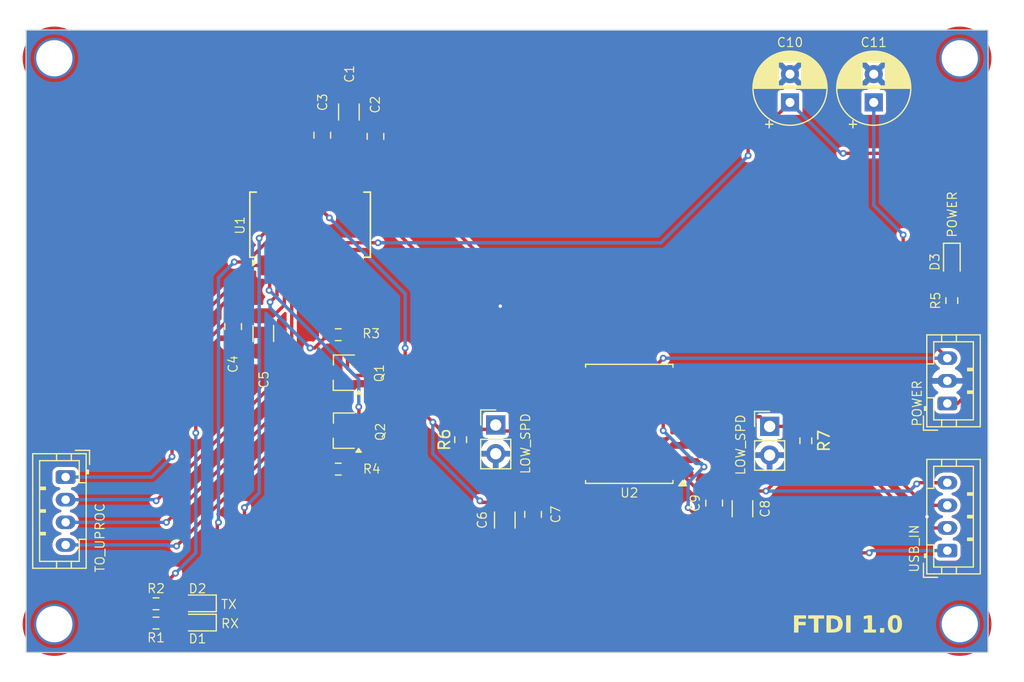
<source format=kicad_pcb>
(kicad_pcb (version 20240108) (generator "pcbnew") (generator_version "8.0")
  (layers (0 "F.Cu" signal) (31 "B.Cu" signal) (34 "B.Paste" user) (35 "F.Paste" user) (36 "B.SilkS" user "B.Silkscreen") (37 "F.SilkS" user "F.Silkscreen") (38 "B.Mask" user) (39 "F.Mask" user) (44 "Edge.Cuts" user))
  (net 0 "")
  (net 1 "GND")
  (net 2 "3V3")
  (net 3 "5V")
  (net 4 "Net-(U1-3V3OUT)")
  (net 8 "Net-(D1-A)")
  (net 11 "Net-(D2-A)")
  (net 15 "Net-(Q1-B)")
  (net 16 "Net-(Q2-B)")
  (net 19 "RX")
  (net 20 "TX")
  (net 21 "ENABLE")
  (net 22 "BOOT")
  (net 23 "CBUS1")
  (net 24 "CBUS0")
  (net 25 "DTR")
  (net 26 "RTS")
  (net 27 "USB_VBUS")
  (net 28 "USB_GND")
  (net 29 "D-")
  (net 30 "D+")
  (net 31 "USB_D-")
  (net 32 "USB_D+")
  (net 33 "Net-(D3-A)")
  (net 34 "SPD")
  (net 35 "SPU")
  (footprint "Resistor_SMD:R_0603_1608Metric_Pad0.98x0.95mm_HandSolder" (layer "F.Cu") (at 124.3 99.7 90)
    (property "Reference" "R6" (at 0 -1.43 90) (layer "F.SilkS"))
    (property "Value" "4.7K")
    (pad "1" smd roundrect (at -0.9125 0 90) (size 0.975 0.95) (layers "F.Cu" "F.Paste" "F.Mask") (net 3 "5V"))
    (pad "2" smd roundrect (at 0.9125 0 90) (size 0.975 0.95) (layers "F.Cu" "F.Paste" "F.Mask") (net 34 "SPD"))
  )
  (footprint "Resistor_SMD:R_0603_1608Metric_Pad0.98x0.95mm_HandSolder" (layer "F.Cu") (at 167.7 87.4125 90)
    (property "Reference" "R5" (at 0 -1.43 90) (layer "F.SilkS") (effects (font (size 0.8 0.8) (thickness 0.1))))
    (property "Value" "150R")
    (pad "1" smd roundrect (at -0.9125 0 90) (size 0.975 0.95) (layers "F.Cu" "F.Paste" "F.Mask") (net 2 "3V3"))
    (pad "2" smd roundrect (at 0.9125 0 90) (size 0.975 0.95) (layers "F.Cu" "F.Paste" "F.Mask") (net 33 "Net-(D3-A)"))
  )
  (footprint "Capacitor_SMD:C_0805_2012Metric_Pad1.18x1.45mm_HandSolder" (layer "F.Cu") (at 146.7 105.3 90)
    (property "Reference" "C9" (at 0 -1.68 90) (layer "F.SilkS") (effects (font (size 0.8 0.8) (thickness 0.1))))
    (property "Value" "0.1U")
    (pad "1" smd roundrect (at -1.0375 0 90) (size 1.175 1.45) (layers "F.Cu" "F.Paste" "F.Mask") (roundrect_rratio 0.212766) (net 28 "USB_GND"))
    (pad "2" smd roundrect (at 1.0375 0 90) (size 1.175 1.45) (layers "F.Cu" "F.Paste" "F.Mask") (roundrect_rratio 0.212766) (net 27 "USB_VBUS"))
  )
  (footprint "Package_TO_SOT_SMD:TSOT-23" (layer "F.Cu") (at 114.005 98.9233 180)
    (property "Reference" "Q2" (at -3.202102 -0.089616 90) (layer "F.SilkS") (effects (font (size 0.8 0.8) (thickness 0.1))))
    (property "Value" "2N3055")
    (pad "1" smd roundrect (at -1.31 -0.95 180) (size 1.22 0.65) (layers "F.Cu" "F.Paste" "F.Mask") (net 16 "Net-(Q2-B)"))
    (pad "2" smd roundrect (at -1.31 0.95 180) (size 1.22 0.65) (layers "F.Cu" "F.Paste" "F.Mask") (net 25 "DTR"))
    (pad "3" smd roundrect (at 1.31 0 180) (size 1.22 0.65) (layers "F.Cu" "F.Paste" "F.Mask") (net 22 "BOOT"))
  )
  (footprint "MountingHole:MountingHole_3.2mm_M3_DIN965_Pad_TopOnly" (layer "F.Cu") (at 88.4 66 90)
    (property "Reference" "H1" (hide yes))
    (property "Value" "MountingHole")
    (pad "1" thru_hole circle (at 0 0 90) (size 3.6 3.6) (drill 3.2) (layers "*.Cu" "*.Mask"))
    (pad "1" connect circle (at 0 0 90) (size 5.6 5.6) (layers "F.Cu" "F.Mask"))
  )
  (footprint "Capacitor_SMD:C_1206_3216Metric_Pad1.33x1.80mm_HandSolder" (layer "F.Cu") (at 149.2 105.8 90)
    (property "Reference" "C8" (at 0 2 90) (layer "F.SilkS") (effects (font (size 0.8 0.8) (thickness 0.1))))
    (property "Value" "10U")
    (pad "1" smd roundrect (at -1.5625 0 90) (size 1.325 1.8) (layers "F.Cu" "F.Paste" "F.Mask") (roundrect_rratio 0.188679) (net 28 "USB_GND"))
    (pad "2" smd roundrect (at 1.5625 0 90) (size 1.325 1.8) (layers "F.Cu" "F.Paste" "F.Mask") (roundrect_rratio 0.188679) (net 27 "USB_VBUS"))
  )
  (footprint "Capacitor_SMD:C_0805_2012Metric_Pad1.18x1.45mm_HandSolder" (layer "F.Cu") (at 104.2 89.7 -90)
    (property "Reference" "C4" (at 3.322102 0.014578 90) (layer "F.SilkS") (effects (font (size 0.8 0.8) (thickness 0.1))))
    (property "Value" "0.1U")
    (pad "1" smd roundrect (at -1.0375 0 270) (size 1.175 1.45) (layers "F.Cu" "F.Paste" "F.Mask") (roundrect_rratio 0.2127659574) (net 2 "3V3"))
    (pad "2" smd roundrect (at 1.0375 0 270) (size 1.175 1.45) (layers "F.Cu" "F.Paste" "F.Mask") (roundrect_rratio 0.2127659574) (net 1 "GND"))
  )
  (footprint "MountingHole:MountingHole_3.2mm_M3_DIN965_Pad_TopOnly" (layer "F.Cu") (at 88.4 116 90)
    (property "Reference" "H3" (hide yes))
    (property "Value" "MountingHole")
    (pad "1" thru_hole circle (at 0 0 90) (size 3.6 3.6) (drill 3.2) (layers "*.Cu" "*.Mask"))
    (pad "1" connect circle (at 0 0 90) (size 5.6 5.6) (layers "F.Cu" "F.Mask"))
  )
  (footprint "MountingHole:MountingHole_3.2mm_M3_DIN965_Pad_TopOnly" (layer "F.Cu") (at 168.4 66 90)
    (property "Reference" "H2" (hide yes))
    (property "Value" "MountingHole")
    (pad "1" thru_hole circle (at 0 0 90) (size 3.6 3.6) (drill 3.2) (layers "*.Cu" "*.Mask"))
    (pad "1" connect circle (at 0 0 90) (size 5.6 5.6) (layers "F.Cu" "F.Mask"))
  )
  (footprint "LED_SMD:LED_0603_1608Metric_Pad1.05x0.95mm_HandSolder" (layer "F.Cu") (at 101.05 114.16 180)
    (property "Reference" "D2" (at 0 1.3 0) (layer "F.SilkS") (effects (font (size 0.8 0.8) (thickness 0.1))))
    (property "Value" "YELLOW")
    (pad "1" smd roundrect (at -0.875 0 180) (size 1.05 0.95) (layers "F.Cu" "F.Paste" "F.Mask") (net 23 "CBUS1"))
    (pad "2" smd roundrect (at 0.875 0 180) (size 1.05 0.95) (layers "F.Cu" "F.Paste" "F.Mask") (net 11 "Net-(D2-A)"))
  )
  (footprint "Resistor_SMD:R_0603_1608Metric_Pad0.98x0.95mm_HandSolder" (layer "F.Cu") (at 113.485 102.3 180)
    (property "Reference" "R4" (at -2.962102 0.01 0) (layer "F.SilkS") (effects (font (size 0.8 0.8) (thickness 0.1))))
    (property "Value" "10K")
    (pad "1" smd roundrect (at -0.9125 0 180) (size 0.975 0.95) (layers "F.Cu" "F.Paste" "F.Mask") (net 25 "DTR"))
    (pad "2" smd roundrect (at 0.9125 0 180) (size 0.975 0.95) (layers "F.Cu" "F.Paste" "F.Mask") (net 15 "Net-(Q1-B)"))
  )
  (footprint "Package_SO:SOIC-16W_7.5x10.3mm_P1.27mm" (layer "F.Cu") (at 139.2 98.3 180)
    (property "Reference" "U2" (at 0 -6.1 0) (layer "F.SilkS") (effects (font (size 0.8 0.8) (thickness 0.1))))
    (property "Value" "ADUM3160")
    (pad "1" smd roundrect (at -4.65 -4.445 180) (size 2.05 0.6) (layers "F.Cu" "F.Paste" "F.Mask") (net 27 "USB_VBUS"))
    (pad "2" smd roundrect (at -4.65 -3.175 180) (size 2.05 0.6) (layers "F.Cu" "F.Paste" "F.Mask") (net 28 "USB_GND"))
    (pad "3" smd roundrect (at -4.65 -1.905 180) (size 2.05 0.6) (layers "F.Cu" "F.Paste" "F.Mask") (net 27 "USB_VBUS"))
    (pad "4" smd roundrect (at -4.65 -0.635 180) (size 2.05 0.6) (layers "F.Cu" "F.Paste" "F.Mask") (net 27 "USB_VBUS"))
    (pad "5" smd roundrect (at -4.65 0.635 180) (size 2.05 0.6) (layers "F.Cu" "F.Paste" "F.Mask") (net 35 "SPU"))
    (pad "6" smd roundrect (at -4.65 1.905 180) (size 2.05 0.6) (layers "F.Cu" "F.Paste" "F.Mask") (net 31 "USB_D-"))
    (pad "7" smd roundrect (at -4.65 3.175 180) (size 2.05 0.6) (layers "F.Cu" "F.Paste" "F.Mask") (net 32 "USB_D+"))
    (pad "8" smd roundrect (at -4.65 4.445 180) (size 2.05 0.6) (layers "F.Cu" "F.Paste" "F.Mask") (net 28 "USB_GND"))
    (pad "9" smd roundrect (at 4.65 4.445 180) (size 2.05 0.6) (layers "F.Cu" "F.Paste" "F.Mask") (net 1 "GND"))
    (pad "10" smd roundrect (at 4.65 3.175 180) (size 2.05 0.6) (layers "F.Cu" "F.Paste" "F.Mask") (net 30 "D+"))
    (pad "11" smd roundrect (at 4.65 1.905 180) (size 2.05 0.6) (layers "F.Cu" "F.Paste" "F.Mask") (net 29 "D-"))
    (pad "12" smd roundrect (at 4.65 0.635 180) (size 2.05 0.6) (layers "F.Cu" "F.Paste" "F.Mask") (net 3 "5V"))
    (pad "13" smd roundrect (at 4.65 -0.635 180) (size 2.05 0.6) (layers "F.Cu" "F.Paste" "F.Mask") (net 34 "SPD"))
    (pad "14" smd roundrect (at 4.65 -1.905 180) (size 2.05 0.6) (layers "F.Cu" "F.Paste" "F.Mask") (net 3 "5V"))
    (pad "15" smd roundrect (at 4.65 -3.175 180) (size 2.05 0.6) (layers "F.Cu" "F.Paste" "F.Mask") (net 1 "GND"))
    (pad "16" smd roundrect (at 4.65 -4.445 180) (size 2.05 0.6) (layers "F.Cu" "F.Paste" "F.Mask") (net 3 "5V"))
  )
  (footprint "Connector_PinHeader_2.54mm:PinHeader_1x02_P2.54mm_Vertical" (layer "F.Cu") (at 151.6 98.525)
    (property "Reference" "J4" (hide yes))
    (property "Value" "Conn_01x02_Pin")
    (pad "1" thru_hole rect (at 0 0) (size 1.7 1.7) (drill 1) (layers "*.Cu" "*.Mask") (net 35 "SPU"))
    (pad "2" thru_hole oval (at 0 2.54) (size 1.7 1.7) (drill 1) (layers "*.Cu" "*.Mask") (net 1 "GND"))
  )
  (footprint "Capacitor_SMD:C_1206_3216Metric_Pad1.33x1.80mm_HandSolder" (layer "F.Cu") (at 106.8646 90.3154 -90)
    (property "Reference" "C5" (at 4.089336 -0.05 90) (layer "F.SilkS") (effects (font (size 0.8 0.8) (thickness 0.1))))
    (property "Value" "10U")
    (pad "1" smd roundrect (at -1.5625 0 270) (size 1.325 1.8) (layers "F.Cu" "F.Paste" "F.Mask") (roundrect_rratio 0.1886792453) (net 2 "3V3"))
    (pad "2" smd roundrect (at 1.5625 0 270) (size 1.325 1.8) (layers "F.Cu" "F.Paste" "F.Mask") (roundrect_rratio 0.1886792453) (net 1 "GND"))
  )
  (footprint "Capacitor_THT:CP_Radial_D6.3mm_P2.50mm" (layer "F.Cu") (at 153.4 69.9 90)
    (property "Reference" "C10" (at 5.3 0 0) (layer "F.SilkS") (effects (font (size 0.8 0.8) (thickness 0.1))))
    (property "Value" "470u")
    (pad "1" thru_hole rect (at 0 0 90) (size 1.6 1.6) (drill 0.8) (layers "*.Cu" "*.Mask") (net 2 "3V3"))
    (pad "2" thru_hole circle (at 2.5 0 90) (size 1.6 1.6) (drill 0.8) (layers "*.Cu" "*.Mask") (net 1 "GND"))
  )
  (footprint "Resistor_SMD:R_0603_1608Metric_Pad0.98x0.95mm_HandSolder" (layer "F.Cu") (at 97.3875 114.2)
    (property "Reference" "R2" (at 0 -1.35 0) (layer "F.SilkS") (effects (font (size 0.8 0.8) (thickness 0.1))))
    (property "Value" "430R")
    (pad "1" smd roundrect (at -0.9125 0) (size 0.975 0.95) (layers "F.Cu" "F.Paste" "F.Mask") (net 2 "3V3"))
    (pad "2" smd roundrect (at 0.9125 0) (size 0.975 0.95) (layers "F.Cu" "F.Paste" "F.Mask") (net 11 "Net-(D2-A)"))
  )
  (footprint "Connector_PinHeader_2.54mm:PinHeader_1x02_P2.54mm_Vertical" (layer "F.Cu") (at 127.4 98.4)
    (property "Reference" "J3" (hide yes))
    (property "Value" "Conn_01x02_Pin")
    (pad "1" thru_hole rect (at 0 0) (size 1.7 1.7) (drill 1) (layers "*.Cu" "*.Mask") (net 34 "SPD"))
    (pad "2" thru_hole oval (at 0 2.54) (size 1.7 1.7) (drill 1) (layers "*.Cu" "*.Mask") (net 1 "GND"))
  )
  (footprint "Resistor_SMD:R_0603_1608Metric_Pad0.98x0.95mm_HandSolder" (layer "F.Cu") (at 113.485 90.4233)
    (property "Reference" "R3" (at 2.912102 -0.1 0) (layer "F.SilkS") (effects (font (size 0.8 0.8) (thickness 0.1))))
    (property "Value" "10K")
    (pad "1" smd roundrect (at -0.9125 0) (size 0.975 0.95) (layers "F.Cu" "F.Paste" "F.Mask") (net 26 "RTS"))
    (pad "2" smd roundrect (at 0.9125 0) (size 0.975 0.95) (layers "F.Cu" "F.Paste" "F.Mask") (net 16 "Net-(Q2-B)"))
  )
  (footprint "Connector_JST:JST_PH_B4B-PH-K_1x04_P2.00mm_Vertical" (layer "F.Cu") (at 167.3 109.5 90)
    (property "Reference" "J2" (hide yes))
    (property "Value" "Conn_01x04_Pin")
    (pad "1" thru_hole roundrect (at 0 0 90) (size 1.2 1.75) (drill 0.75) (layers "*.Cu" "*.Mask") (roundrect_rratio 0.208333) (net 28 "USB_GND"))
    (pad "2" thru_hole oval (at 2 0 90) (size 1.2 1.75) (drill 0.75) (layers "*.Cu" "*.Mask") (net 31 "USB_D-"))
    (pad "3" thru_hole oval (at 4 0 90) (size 1.2 1.75) (drill 0.75) (layers "*.Cu" "*.Mask") (net 32 "USB_D+"))
    (pad "4" thru_hole oval (at 6 0 90) (size 1.2 1.75) (drill 0.75) (layers "*.Cu" "*.Mask") (net 27 "USB_VBUS"))
  )
  (footprint "Connector_JST:JST_PH_B3B-PH-K_1x03_P2.00mm_Vertical" (layer "F.Cu") (at 167.3 96.5 90)
    (property "Reference" "J5" (hide yes))
    (property "Value" "Conn_01x03_Pin")
    (pad "1" thru_hole roundrect (at 0 0 90) (size 1.2 1.75) (drill 0.75) (layers "*.Cu" "*.Mask") (roundrect_rratio 0.208333) (net 2 "3V3"))
    (pad "2" thru_hole oval (at 2 0 90) (size 1.2 1.75) (drill 0.75) (layers "*.Cu" "*.Mask") (net 1 "GND"))
    (pad "3" thru_hole oval (at 4 0 90) (size 1.2 1.75) (drill 0.75) (layers "*.Cu" "*.Mask") (net 3 "5V"))
  )
  (footprint "Resistor_SMD:R_0603_1608Metric_Pad0.98x0.95mm_HandSolder" (layer "F.Cu") (at 154.8 99.8 90)
    (property "Reference" "R7" (at 0 1.6 90) (layer "F.SilkS"))
    (property "Value" "4.7K")
    (pad "1" smd roundrect (at -0.9125 0 90) (size 0.975 0.95) (layers "F.Cu" "F.Paste" "F.Mask") (net 27 "USB_VBUS"))
    (pad "2" smd roundrect (at 0.9125 0 90) (size 0.975 0.95) (layers "F.Cu" "F.Paste" "F.Mask") (net 35 "SPU"))
  )
  (footprint "Resistor_SMD:R_0603_1608Metric_Pad0.98x0.95mm_HandSolder" (layer "F.Cu") (at 97.3875 115.9)
    (property "Reference" "R1" (at 0 1.3 0) (layer "F.SilkS") (effects (font (size 0.8 0.8) (thickness 0.1))))
    (property "Value" "100R")
    (pad "1" smd roundrect (at -0.9125 0) (size 0.975 0.95) (layers "F.Cu" "F.Paste" "F.Mask") (net 2 "3V3"))
    (pad "2" smd roundrect (at 0.9125 0) (size 0.975 0.95) (layers "F.Cu" "F.Paste" "F.Mask") (net 8 "Net-(D1-A)"))
  )
  (footprint "Capacitor_SMD:C_1206_3216Metric_Pad1.33x1.80mm_HandSolder" (layer "F.Cu") (at 128.2 106.8 -90)
    (property "Reference" "C6" (at 0 2 90) (layer "F.SilkS") (effects (font (size 0.8 0.8) (thickness 0.1))))
    (property "Value" "10U")
    (pad "1" smd roundrect (at -1.5625 0 270) (size 1.325 1.8) (layers "F.Cu" "F.Paste" "F.Mask") (roundrect_rratio 0.188679) (net 3 "5V"))
    (pad "2" smd roundrect (at 1.5625 0 270) (size 1.325 1.8) (layers "F.Cu" "F.Paste" "F.Mask") (roundrect_rratio 0.188679) (net 1 "GND"))
  )
  (footprint "Capacitor_SMD:C_0805_2012Metric_Pad1.18x1.45mm_HandSolder" (layer "F.Cu") (at 116.775 72.9 90)
    (property "Reference" "C2" (at 2.8 -0.025 90) (layer "F.SilkS") (effects (font (size 0.8 0.8) (thickness 0.1))))
    (property "Value" "0.1U")
    (pad "1" smd roundrect (at -1.0375 0 90) (size 1.175 1.45) (layers "F.Cu" "F.Paste" "F.Mask") (roundrect_rratio 0.2127659574) (net 4 "Net-(U1-3V3OUT)"))
    (pad "2" smd roundrect (at 1.0375 0 90) (size 1.175 1.45) (layers "F.Cu" "F.Paste" "F.Mask") (roundrect_rratio 0.2127659574) (net 1 "GND"))
  )
  (footprint "Capacitor_THT:CP_Radial_D6.3mm_P2.50mm" (layer "F.Cu") (at 160.8 69.9 90)
    (property "Reference" "C11" (at 5.3 0 0) (layer "F.SilkS") (effects (font (size 0.8 0.8) (thickness 0.1))))
    (property "Value" "470u")
    (pad "1" thru_hole rect (at 0 0 90) (size 1.6 1.6) (drill 0.8) (layers "*.Cu" "*.Mask") (net 3 "5V"))
    (pad "2" thru_hole circle (at 2.5 0 90) (size 1.6 1.6) (drill 0.8) (layers "*.Cu" "*.Mask") (net 1 "GND"))
  )
  (footprint "Capacitor_SMD:C_1206_3216Metric_Pad1.33x1.80mm_HandSolder" (layer "F.Cu") (at 114.425 70.75 90)
    (property "Reference" "C1" (at 3.3625 0.0475 90) (layer "F.SilkS") (effects (font (size 0.8 0.8) (thickness 0.1))))
    (property "Value" "10U")
    (pad "1" smd roundrect (at -1.5625 0 90) (size 1.325 1.8) (layers "F.Cu" "F.Paste" "F.Mask") (roundrect_rratio 0.1886792453) (net 3 "5V"))
    (pad "2" smd roundrect (at 1.5625 0 90) (size 1.325 1.8) (layers "F.Cu" "F.Paste" "F.Mask") (roundrect_rratio 0.1886792453) (net 1 "GND"))
  )
  (footprint "LED_SMD:LED_0603_1608Metric_Pad1.05x0.95mm_HandSolder" (layer "F.Cu") (at 167.7 84 -90)
    (property "Reference" "D3" (at 0 1.5 90) (layer "F.SilkS") (effects (font (size 0.8 0.8) (thickness 0.1))))
    (property "Value" "BLUE")
    (pad "1" smd roundrect (at -0.875 0 270) (size 1.05 0.95) (layers "F.Cu" "F.Paste" "F.Mask") (net 1 "GND"))
    (pad "2" smd roundrect (at 0.875 0 270) (size 1.05 0.95) (layers "F.Cu" "F.Paste" "F.Mask") (net 33 "Net-(D3-A)"))
  )
  (footprint "LED_SMD:LED_0603_1608Metric_Pad1.05x0.95mm_HandSolder" (layer "F.Cu") (at 101.05 115.86 180)
    (property "Reference" "D1" (at 0 -1.43 0) (layer "F.SilkS") (effects (font (size 0.8 0.8) (thickness 0.1))))
    (property "Value" "BLUE")
    (pad "1" smd roundrect (at -0.875 0 180) (size 1.05 0.95) (layers "F.Cu" "F.Paste" "F.Mask") (net 24 "CBUS0"))
    (pad "2" smd roundrect (at 0.875 0 180) (size 1.05 0.95) (layers "F.Cu" "F.Paste" "F.Mask") (net 8 "Net-(D1-A)"))
  )
  (footprint "Package_TO_SOT_SMD:TSOT-23" (layer "F.Cu") (at 114.005 93.8 180)
    (property "Reference" "Q1" (at -3.1075 -0.0233 90) (layer "F.SilkS") (effects (font (size 0.8 0.8) (thickness 0.1))))
    (property "Value" "2N3055")
    (pad "1" smd roundrect (at -1.31 -0.95 180) (size 1.22 0.65) (layers "F.Cu" "F.Paste" "F.Mask") (net 15 "Net-(Q1-B)"))
    (pad "2" smd roundrect (at -1.31 0.95 180) (size 1.22 0.65) (layers "F.Cu" "F.Paste" "F.Mask") (net 26 "RTS"))
    (pad "3" smd roundrect (at 1.31 0 180) (size 1.22 0.65) (layers "F.Cu" "F.Paste" "F.Mask") (net 21 "ENABLE"))
  )
  (footprint "Capacitor_SMD:C_0805_2012Metric_Pad1.18x1.45mm_HandSolder" (layer "F.Cu") (at 112.075 72.8 90)
    (property "Reference" "C3" (at 2.9125 0.025 90) (layer "F.SilkS") (effects (font (size 0.8 0.8) (thickness 0.1))))
    (property "Value" "0.1U")
    (pad "1" smd roundrect (at -1.0375 0 90) (size 1.175 1.45) (layers "F.Cu" "F.Paste" "F.Mask") (roundrect_rratio 0.2127659574) (net 3 "5V"))
    (pad "2" smd roundrect (at 1.0375 0 90) (size 1.175 1.45) (layers "F.Cu" "F.Paste" "F.Mask") (roundrect_rratio 0.2127659574) (net 1 "GND"))
  )
  (footprint "MountingHole:MountingHole_3.2mm_M3_DIN965_Pad_TopOnly" (layer "F.Cu") (at 168.4 116 90)
    (property "Reference" "H4" (hide yes))
    (property "Value" "MountingHole")
    (pad "1" thru_hole circle (at 0 0 90) (size 3.6 3.6) (drill 3.2) (layers "*.Cu" "*.Mask"))
    (pad "1" connect circle (at 0 0 90) (size 5.6 5.6) (layers "F.Cu" "F.Mask"))
  )
  (footprint "Connector_JST:JST_PH_B4B-PH-K_1x04_P2.00mm_Vertical" (layer "F.Cu") (at 89.4 103 -90)
    (property "Reference" "J1" (hide yes))
    (property "Value" "Conn_01x04_Pin")
    (pad "1" thru_hole roundrect (at 0 0 270) (size 1.2 1.75) (drill 0.75) (layers "*.Cu" "*.Mask") (roundrect_rratio 0.208333) (net 19 "RX"))
    (pad "2" thru_hole oval (at 2 0 270) (size 1.2 1.75) (drill 0.75) (layers "*.Cu" "*.Mask") (net 20 "TX"))
    (pad "3" thru_hole oval (at 4 0 270) (size 1.2 1.75) (drill 0.75) (layers "*.Cu" "*.Mask") (net 21 "ENABLE"))
    (pad "4" thru_hole oval (at 6 0 270) (size 1.2 1.75) (drill 0.75) (layers "*.Cu" "*.Mask") (net 22 "BOOT"))
  )
  (footprint "Package_SO:SSOP-28_5.3x10.2mm_P0.65mm" (layer "F.Cu") (at 111 80.7 90)
    (property "Reference" "U1" (at -0.0625 -6.2 90) (layer "F.SilkS") (effects (font (size 0.8 0.8) (thickness 0.1))))
    (property "Value" "FT232RL")
    (pad "1" smd rect (at -3.6 -4.225 90) (size 1.75 0.45) (layers "F.Cu" "F.Paste" "F.Mask") (net 19 "RX"))
    (pad "2" smd rect (at -3.6 -3.575 90) (size 1.75 0.45) (layers "F.Cu" "F.Paste" "F.Mask") (net 25 "DTR"))
    (pad "3" smd rect (at -3.6 -2.925 90) (size 1.75 0.45) (layers "F.Cu" "F.Paste" "F.Mask") (net 26 "RTS"))
    (pad "4" smd rect (at -3.6 -2.275 90) (size 1.75 0.45) (layers "F.Cu" "F.Paste" "F.Mask") (net 2 "3V3"))
    (pad "5" smd rect (at -3.6 -1.625 90) (size 1.75 0.45) (layers "F.Cu" "F.Paste" "F.Mask") (net 20 "TX"))
    (pad "6" smd rect (at -3.6 -0.975 90) (size 1.75 0.45) (layers "F.Cu" "F.Paste" "F.Mask"))
    (pad "7" smd rect (at -3.6 -0.325 90) (size 1.75 0.45) (layers "F.Cu" "F.Paste" "F.Mask") (net 1 "GND"))
    (pad "8" smd rect (at -3.6 0.325 90) (size 1.75 0.45) (layers "F.Cu" "F.Paste" "F.Mask"))
    (pad "9" smd rect (at -3.6 0.975 90) (size 1.75 0.45) (layers "F.Cu" "F.Paste" "F.Mask"))
    (pad "10" smd rect (at -3.6 1.625 90) (size 1.75 0.45) (layers "F.Cu" "F.Paste" "F.Mask"))
    (pad "11" smd rect (at -3.6 2.275 90) (size 1.75 0.45) (layers "F.Cu" "F.Paste" "F.Mask"))
    (pad "12" smd rect (at -3.6 2.925 90) (size 1.75 0.45) (layers "F.Cu" "F.Paste" "F.Mask"))
    (pad "13" smd rect (at -3.6 3.575 90) (size 1.75 0.45) (layers "F.Cu" "F.Paste" "F.Mask"))
    (pad "14" smd rect (at -3.6 4.225 90) (size 1.75 0.45) (layers "F.Cu" "F.Paste" "F.Mask"))
    (pad "15" smd rect (at 3.6 4.225 90) (size 1.75 0.45) (layers "F.Cu" "F.Paste" "F.Mask") (net 30 "D+"))
    (pad "16" smd rect (at 3.6 3.575 90) (size 1.75 0.45) (layers "F.Cu" "F.Paste" "F.Mask") (net 29 "D-"))
    (pad "17" smd rect (at 3.6 2.925 90) (size 1.75 0.45) (layers "F.Cu" "F.Paste" "F.Mask") (net 4 "Net-(U1-3V3OUT)"))
    (pad "18" smd rect (at 3.6 2.275 90) (size 1.75 0.45) (layers "F.Cu" "F.Paste" "F.Mask") (net 1 "GND"))
    (pad "19" smd rect (at 3.6 1.625 90) (size 1.75 0.45) (layers "F.Cu" "F.Paste" "F.Mask"))
    (pad "20" smd rect (at 3.6 0.975 90) (size 1.75 0.45) (layers "F.Cu" "F.Paste" "F.Mask") (net 3 "5V"))
    (pad "21" smd rect (at 3.6 0.325 90) (size 1.75 0.45) (layers "F.Cu" "F.Paste" "F.Mask") (net 1 "GND"))
    (pad "22" smd rect (at 3.6 -0.325 90) (size 1.75 0.45) (layers "F.Cu" "F.Paste" "F.Mask") (net 23 "CBUS1"))
    (pad "23" smd rect (at 3.6 -0.975 90) (size 1.75 0.45) (layers "F.Cu" "F.Paste" "F.Mask") (net 24 "CBUS0"))
    (pad "24" smd rect (at 3.6 -1.625 90) (size 1.75 0.45) (layers "F.Cu" "F.Paste" "F.Mask"))
    (pad "25" smd rect (at 3.6 -2.275 90) (size 1.75 0.45) (layers "F.Cu" "F.Paste" "F.Mask") (net 1 "GND"))
    (pad "26" smd rect (at 3.6 -2.925 90) (size 1.75 0.45) (layers "F.Cu" "F.Paste" "F.Mask") (net 1 "GND"))
    (pad "27" smd rect (at 3.6 -3.575 90) (size 1.75 0.45) (layers "F.Cu" "F.Paste" "F.Mask"))
    (pad "28" smd rect (at 3.6 -4.225 90) (size 1.75 0.45) (layers "F.Cu" "F.Paste" "F.Mask"))
  )
  (footprint "Capacitor_SMD:C_0805_2012Metric_Pad1.18x1.45mm_HandSolder" (layer "F.Cu") (at 130.7 106.3 -90)
    (property "Reference" "C7" (at 0 -2 90) (layer "F.SilkS") (effects (font (size 0.8 0.8) (thickness 0.1))))
    (property "Value" "0.1U")
    (pad "1" smd roundrect (at -1.0375 0 270) (size 1.175 1.45) (layers "F.Cu" "F.Paste" "F.Mask") (roundrect_rratio 0.212766) (net 3 "5V"))
    (pad "2" smd roundrect (at 1.0375 0 270) (size 1.175 1.45) (layers "F.Cu" "F.Paste" "F.Mask") (roundrect_rratio 0.212766) (net 1 "GND"))
  )
  (gr_line (start 170.9 63.5) (end 170.9 118.5) (stroke (width 0.1)) (layer "Edge.Cuts"))
  (gr_line (start 85.9 63.5) (end 170.9 63.5) (stroke (width 0.1)) (layer "Edge.Cuts"))
  (gr_line (start 85.9 118.5) (end 85.9 63.5) (stroke (width 0.1)) (layer "Edge.Cuts"))
  (gr_line (start 170.9 118.5) (end 85.9 118.5) (stroke (width 0.1)) (layer "Edge.Cuts"))
  (gr_text "POWER\n" (at 165.1 98.6 90) (layer "F.SilkS") (effects (font (size 0.8 0.8) (thickness 0.1)) (justify left bottom)))
  (gr_text "TX\n" (at 103.075 114.25 0) (layer "F.SilkS") (effects (font (size 0.8 0.8) (thickness 0.1)) (justify left)))
  (gr_text "TO_UPROC" (at 92.9 111.5 90) (layer "F.SilkS") (effects (font (size 0.8 0.8) (thickness 0.1)) (justify left bottom)))
  (gr_text "LOW_SPD" (at 130.5 102.8 90) (layer "F.SilkS") (effects (font (size 0.8 0.8) (thickness 0.1)) (justify left bottom)))
  (gr_text "RX\n" (at 103.075 115.95 0) (layer "F.SilkS") (effects (font (size 0.8 0.8) (thickness 0.1)) (justify left)))
  (gr_text "POWER\n" (at 168.2 81.9 90) (layer "F.SilkS") (effects (font (size 0.8 0.8) (thickness 0.1)) (justify left bottom)))
  (gr_text "USB_IN" (at 164.85 111.5 90) (layer "F.SilkS") (effects (font (size 0.8 0.8) (thickness 0.1)) (justify left bottom)))
  (gr_text "FTDI 1.0" (at 163.4 117 0) (layer "F.SilkS") (effects (font (size 1.5 1.5) (thickness 0.2) (bold yes)) (justify right bottom)))
  (gr_text "LOW_SPD" (at 149.5 102.9 90) (layer "F.SilkS") (effects (font (size 0.8 0.8) (thickness 0.1)) (justify left bottom)))
  (via (at 165.5 106.5) (size 0.6) (drill 0.3) (layers "F.Cu" "B.Cu") (net 1))
  (via (at 127.8 87.9) (size 0.6) (drill 0.3) (layers "F.Cu" "B.Cu") (net 1))
  (segment (start 165 74.4) (end 158.1 74.4) (width 0.3) (layer "F.Cu") (net 2))
  (segment (start 104.2 88.6625) (end 100.9 91.9625) (width 0.3) (layer "F.Cu") (net 2))
  (segment (start 168.625 87.4) (end 168.625 78.025) (width 0.3) (layer "F.Cu") (net 2))
  (segment (start 109.475 82.3) (end 117 82.3) (width 0.3) (layer "F.Cu") (net 2))
  (segment (start 167.7 89.8) (end 169.1 91.2) (width 0.3) (layer "F.Cu") (net 2))
  (segment (start 99.1 111.5) (end 96.475 114.125) (width 0.3) (layer "F.Cu") (net 2))
  (segment (start 149.7 74.6) (end 149.7 73.6) (width 0.3) (layer "F.Cu") (net 2))
  (segment (start 169.1 91.2) (end 169.1 95.6) (width 0.3) (layer "F.Cu") (net 2))
  (segment (start 108.725 87.7925) (end 107.7646 88.7529) (width 0.3) (layer "F.Cu") (net 2))
  (segment (start 96.475 115.9) (end 96.475 114.2) (width 0.3) (layer "F.Cu") (net 2))
  (segment (start 149.7 73.6) (end 153.4 69.9) (width 0.3) (layer "F.Cu") (net 2))
  (segment (start 167.7 88.325) (end 167.7 89.8) (width 0.3) (layer "F.Cu") (net 2))
  (segment (start 106.8646 88.7529) (end 104.2904 88.7529) (width 0.3) (layer "F.Cu") (net 2))
  (segment (start 167.7 88.325) (end 168.625 87.4) (width 0.3) (layer "F.Cu") (net 2))
  (segment (start 108.725 84.3) (end 108.725 87.7925) (width 0.3) (layer "F.Cu") (net 2))
  (segment (start 100.9 91.9625) (end 100.9 99.1) (width 0.3) (layer "F.Cu") (net 2))
  (segment (start 169.1 95.6) (end 168.2 96.5) (width 0.3) (layer "F.Cu") (net 2))
  (segment (start 108.725 83.05) (end 109.475 82.3) (width 0.3) (layer "F.Cu") (net 2))
  (segment (start 107.7646 88.7529) (end 106.8646 88.7529) (width 0.3) (layer "F.Cu") (net 2))
  (segment (start 96.475 114.125) (end 96.475 114.2) (width 0.3) (layer "F.Cu") (net 2))
  (segment (start 108.725 84.3) (end 108.725 83.05) (width 0.3) (layer "F.Cu") (net 2))
  (segment (start 165 74.4) (end 168.625 78.025) (width 0.3) (layer "F.Cu") (net 2))
  (segment (start 104.2904 88.7529) (end 104.2 88.6625) (width 0.3) (layer "F.Cu") (net 2))
  (segment (start 168.2 96.5) (end 167.3 96.5) (width 0.3) (layer "F.Cu") (net 2))
  (via (at 99.1 111.5) (size 0.6) (drill 0.3) (layers "F.Cu" "B.Cu") (net 2))
  (via (at 158.1 74.4) (size 0.6) (drill 0.3) (layers "F.Cu" "B.Cu") (net 2))
  (via (at 149.7 74.6) (size 0.6) (drill 0.3) (layers "F.Cu" "B.Cu") (net 2))
  (via (at 100.9 99.1) (size 0.6) (drill 0.3) (layers "F.Cu" "B.Cu") (net 2))
  (via (at 117 82.3) (size 0.6) (drill 0.3) (layers "F.Cu" "B.Cu") (net 2))
  (segment (start 157.9 74.4) (end 153.4 69.9) (width 0.3) (layer "B.Cu") (net 2))
  (segment (start 99.1 111.5) (end 100.9 109.7) (width 0.3) (layer "B.Cu") (net 2))
  (segment (start 117 82.3) (end 142 82.3) (width 0.3) (layer "B.Cu") (net 2))
  (segment (start 100.9 109.7) (end 100.9 99.1) (width 0.3) (layer "B.Cu") (net 2))
  (segment (start 142 82.3) (end 149.7 74.6) (width 0.3) (layer "B.Cu") (net 2))
  (segment (start 158.1 74.4) (end 157.9 74.4) (width 0.3) (layer "B.Cu") (net 2))
  (segment (start 135.574999 97.665) (end 136.025 98.115001) (width 0.3) (layer "F.Cu") (net 3))
  (segment (start 136.025 101.877684) (end 135.157684 102.745) (width 0.3) (layer "F.Cu") (net 3))
  (segment (start 111.975 73.9375) (end 111.975 77.1) (width 0.3) (layer "F.Cu") (net 3))
  (segment (start 124.3 100.6125) (end 119.4 95.7125) (width 0.3) (layer "F.Cu") (net 3))
  (segment (start 119.4 95.7125) (end 119.4 91.6) (width 0.3) (layer "F.Cu") (net 3))
  (segment (start 113.6 72.3125) (end 112.075 73.8375) (width 0.3) (layer "F.Cu") (net 3))
  (segment (start 128.2 105.2375) (end 126.1375 105.2375) (width 0.3) (layer "F.Cu") (net 3))
  (segment (start 112.075 73.8375) (end 111.975 73.9375) (width 0.3) (layer "F.Cu") (net 3))
  (segment (start 163.4 88.6) (end 163.4 81.6) (width 0.3) (layer "F.Cu") (net 3))
  (segment (start 134.55 100.205) (end 135.574999 100.205) (width 0.3) (layer "F.Cu") (net 3))
  (segment (start 111.975 79.375) (end 111.975 77.1) (width 0.3) (layer "F.Cu") (net 3))
  (segment (start 135.395 100.205) (end 134.55 100.205) (width 0.3) (layer "F.Cu") (net 3))
  (segment (start 136.025 99.575) (end 135.395 100.205) (width 0.3) (layer "F.Cu") (net 3))
  (segment (start 130.7 105.2625) (end 128.225 105.2625) (width 0.3) (layer "F.Cu") (net 3))
  (segment (start 112.7 80.1) (end 111.975 79.375) (width 0.3) (layer "F.Cu") (net 3))
  (segment (start 134.55 97.665) (end 137.035 97.665) (width 0.3) (layer "F.Cu") (net 3))
  (segment (start 128.225 105.2625) (end 128.2 105.2375) (width 0.3) (layer "F.Cu") (net 3))
  (segment (start 136.025 100.655001) (end 136.025 101.877684) (width 0.3) (layer "F.Cu") (net 3))
  (segment (start 135.157684 102.745) (end 134.55 102.745) (width 0.3) (layer "F.Cu") (net 3))
  (segment (start 136.025 98.115001) (end 136.025 99.575) (width 0.3) (layer "F.Cu") (net 3))
  (segment (start 137.035 97.665) (end 142.2 92.5) (width 0.3) (layer "F.Cu") (net 3))
  (segment (start 134.55 97.665) (end 135.574999 97.665) (width 0.3) (layer "F.Cu") (net 3))
  (segment (start 132.0325 105.2625) (end 134.55 102.745) (width 0.3) (layer "F.Cu") (net 3))
  (segment (start 134.55 100.205) (end 134.013026 100.205) (width 0.3) (layer "F.Cu") (net 3))
  (segment (start 130.7 105.2625) (end 132.0325 105.2625) (width 0.3) (layer "F.Cu") (net 3))
  (segment (start 167.3 92.5) (end 163.4 88.6) (width 0.3) (layer "F.Cu") (net 3))
  (segment (start 114.425 72.3125) (end 113.6 72.3125) (width 0.3) (layer "F.Cu") (net 3))
  (segment (start 135.574999 100.205) (end 136.025 100.655001) (width 0.3) (layer "F.Cu") (net 3))
  (segment (start 126.1375 105.2375) (end 126 105.1) (width 0.3) (layer "F.Cu") (net 3))
  (via (at 112.7 80.1) (size 0.6) (drill 0.3) (layers "F.Cu" "B.Cu") (net 3))
  (via (at 163.4 81.6) (size 0.6) (drill 0.3) (layers "F.Cu" "B.Cu") (net 3))
  (via (at 119.4 91.6) (size 0.6) (drill 0.3) (layers "F.Cu" "B.Cu") (net 3))
  (via (at 142.2 92.5) (size 0.6) (drill 0.3) (layers "F.Cu" "B.Cu") (net 3))
  (via (at 126 105.1) (size 0.6) (drill 0.3) (layers "F.Cu" "B.Cu") (net 3))
  (via (at 121.84375 98.15625) (size 0.6) (drill 0.3) (layers "F.Cu" "B.Cu") (net 3))
  (segment (start 126 105.1) (end 121.84375 100.94375) (width 0.3) (layer "B.Cu") (net 3))
  (segment (start 167.3 92.5) (end 142.2 92.5) (width 0.3) (layer "B.Cu") (net 3))
  (segment (start 119.4 86.8) (end 112.7 80.1) (width 0.3) (layer "B.Cu") (net 3))
  (segment (start 160.8 79) (end 160.8 69.9) (width 0.3) (layer "B.Cu") (net 3))
  (segment (start 163.4 81.6) (end 160.8 79) (width 0.3) (layer "B.Cu") (net 3))
  (segment (start 121.84375 100.94375) (end 121.84375 98.15625) (width 0.3) (layer "B.Cu") (net 3))
  (segment (start 119.4 91.6) (end 119.4 86.8) (width 0.3) (layer "B.Cu") (net 3))
  (segment (start 116.775 73.9375) (end 115.709683 73.9375) (width 0.3) (layer "F.Cu") (net 4))
  (segment (start 113.925 75.722183) (end 113.925 77.1) (width 0.3) (layer "F.Cu") (net 4))
  (segment (start 115.709683 73.9375) (end 113.925 75.722183) (width 0.3) (layer "F.Cu") (net 4))
  (segment (start 100.135 115.9) (end 100.175 115.86) (width 0.3) (layer "F.Cu") (net 8))
  (segment (start 98.3 115.9) (end 100.135 115.9) (width 0.3) (layer "F.Cu") (net 8))
  (segment (start 100.135 114.2) (end 100.175 114.16) (width 0.3) (layer "F.Cu") (net 11))
  (segment (start 98.3 114.2) (end 100.135 114.2) (width 0.3) (layer "F.Cu") (net 11))
  (segment (start 113.755 96.31) (end 113.755 101.1175) (width 0.3) (layer "F.Cu") (net 15))
  (segment (start 113.755 101.1175) (end 112.5725 102.3) (width 0.3) (layer "F.Cu") (net 15))
  (segment (start 115.315 94.75) (end 113.755 96.31) (width 0.3) (layer "F.Cu") (net 15))
  (segment (start 114.925 94.025) (end 115.999998 94.025) (width 0.3) (layer "F.Cu") (net 16))
  (segment (start 116.4 94.425002) (end 116.4 98.7883) (width 0.3) (layer "F.Cu") (net 16))
  (segment (start 116.4 98.7883) (end 115.315 99.8733) (width 0.3) (layer "F.Cu") (net 16))
  (segment (start 114.305 90.5158) (end 114.305 93.405) (width 0.3) (layer "F.Cu") (net 16))
  (segment (start 114.305 93.405) (end 114.925 94.025) (width 0.3) (layer "F.Cu") (net 16))
  (segment (start 114.3975 90.4233) (end 114.305 90.5158) (width 0.3) (layer "F.Cu") (net 16))
  (segment (start 115.999998 94.025) (end 116.4 94.425002) (width 0.3) (layer "F.Cu") (net 16))
  (segment (start 105.867768 84.3) (end 98.8 91.367768) (width 0.3) (layer "F.Cu") (net 19))
  (segment (start 98.8 91.367768) (end 98.8 101.2) (width 0.3) (layer "F.Cu") (net 19))
  (segment (start 106.775 84.3) (end 105.867768 84.3) (width 0.3) (layer "F.Cu") (net 19))
  (via (at 98.8 101.2) (size 0.6) (drill 0.3) (layers "F.Cu" "B.Cu") (net 19))
  (segment (start 97 103) (end 89.4 103) (width 0.3) (layer "B.Cu") (net 19))
  (segment (start 98.8 101.2) (end 97 103) (width 0.3) (layer "B.Cu") (net 19))
  (segment (start 109.375 93.125) (end 97.4 105.1) (width 0.3) (layer "F.Cu") (net 20))
  (segment (start 109.375 84.3) (end 109.375 93.125) (width 0.3) (layer "F.Cu") (net 20))
  (via (at 97.4 105.1) (size 0.6) (drill 0.3) (layers "F.Cu" "B.Cu") (net 20))
  (segment (start 89.4 105) (end 97.3 105) (width 0.3) (layer "B.Cu") (net 20))
  (segment (start 97.3 105) (end 97.4 105.1) (width 0.3) (layer "B.Cu") (net 20))
  (segment (start 112.695 93.8) (end 111.5 93.8) (width 0.3) (layer "F.Cu") (net 21))
  (segment (start 111.5 93.8) (end 98.3 107) (width 0.3) (layer "F.Cu") (net 21))
  (via (at 98.3 107) (size 0.6) (drill 0.3) (layers "F.Cu" "B.Cu") (net 21))
  (segment (start 98.3 107) (end 89.4 107) (width 0.3) (layer "B.Cu") (net 21))
  (segment (start 109.3767 98.9233) (end 99.2 109.1) (width 0.3) (layer "F.Cu") (net 22))
  (segment (start 112.695 98.9233) (end 109.3767 98.9233) (width 0.3) (layer "F.Cu") (net 22))
  (via (at 99.2 109.1) (size 0.6) (drill 0.3) (layers "F.Cu" "B.Cu") (net 22))
  (segment (start 98.5 109.1) (end 98.4 109) (width 0.3) (layer "B.Cu") (net 22))
  (segment (start 99.2 109.1) (end 98.5 109.1) (width 0.3) (layer "B.Cu") (net 22))
  (segment (start 98.4 109) (end 89.4 109) (width 0.3) (layer "B.Cu") (net 22))
  (segment (start 102.8 107.11005) (end 102.905025 107.005025) (width 0.3) (layer "F.Cu") (net 23))
  (segment (start 102.8 113.285) (end 102.8 107.11005) (width 0.3) (layer "F.Cu") (net 23))
  (segment (start 105.38995 84) (end 104.3 84) (width 0.3) (layer "F.Cu") (net 23))
  (segment (start 110.675 78.71495) (end 105.38995 84) (width 0.3) (layer "F.Cu") (net 23))
  (segment (start 110.675 77.1) (end 110.675 78.71495) (width 0.3) (layer "F.Cu") (net 23))
  (segment (start 101.925 114.16) (end 102.8 113.285) (width 0.3) (layer "F.Cu") (net 23))
  (via (at 102.905025 107.005025) (size 0.6) (drill 0.3) (layers "F.Cu" "B.Cu") (net 23))
  (via (at 104.3 84) (size 0.6) (drill 0.3) (layers "F.Cu" "B.Cu") (net 23))
  (segment (start 102.905025 107.005025) (end 102.905025 85.394975) (width 0.3) (layer "B.Cu") (net 23))
  (segment (start 102.905025 85.394975) (end 104.3 84) (width 0.3) (layer "B.Cu") (net 23))
  (segment (start 105.2 112.585) (end 105.2 105.7) (width 0.3) (layer "F.Cu") (net 24))
  (segment (start 101.925 115.86) (end 105.2 112.585) (width 0.3) (layer "F.Cu") (net 24))
  (segment (start 110.025 78.375) (end 106.5 81.9) (width 0.3) (layer "F.Cu") (net 24))
  (segment (start 110.025 77.1) (end 110.025 78.375) (width 0.3) (layer "F.Cu") (net 24))
  (via (at 106.5 81.9) (size 0.6) (drill 0.3) (layers "F.Cu" "B.Cu") (net 24))
  (via (at 105.2 105.7) (size 0.6) (drill 0.3) (layers "F.Cu" "B.Cu") (net 24))
  (segment (start 105.2 105.7) (end 106.5 104.4) (width 0.3) (layer "B.Cu") (net 24))
  (segment (start 106.5 104.4) (end 106.5 81.9) (width 0.3) (layer "B.Cu") (net 24))
  (segment (start 115.315 96.815) (end 115.3 96.8) (width 0.3) (layer "F.Cu") (net 25))
  (segment (start 115.315 97.9733) (end 115.315 96.815) (width 0.3) (layer "F.Cu") (net 25))
  (segment (start 114.305 102.2075) (end 114.3975 102.3) (width 0.3) (layer "F.Cu") (net 25))
  (segment (start 114.305 98.9833) (end 114.305 102.2075) (width 0.3) (layer "F.Cu") (net 25))
  (segment (start 107.425 86.452908) (end 107.375 86.502908) (width 0.3) (layer "F.Cu") (net 25))
  (segment (start 115.315 97.9733) (end 114.305 98.9833) (width 0.3) (layer "F.Cu") (net 25))
  (segment (start 107.425 84.3) (end 107.425 86.452908) (width 0.3) (layer "F.Cu") (net 25))
  (via (at 115.3 96.8) (size 0.6) (drill 0.3) (layers "F.Cu" "B.Cu") (net 25))
  (via (at 107.375 86.502908) (size 0.6) (drill 0.3) (layers "F.Cu" "B.Cu") (net 25))
  (segment (start 115.3 94.384846) (end 107.418062 86.502908) (width 0.3) (layer "B.Cu") (net 25))
  (segment (start 107.418062 86.502908) (end 107.375 86.502908) (width 0.3) (layer "B.Cu") (net 25))
  (segment (start 115.3 96.8) (end 115.3 94.384846) (width 0.3) (layer "B.Cu") (net 25))
  (segment (start 108.075 84.3) (end 108.075 86.931004) (width 0.3) (layer "F.Cu") (net 26))
  (segment (start 108.075 86.931004) (end 107.465604 87.5404) (width 0.3) (layer "F.Cu") (net 26))
  (segment (start 115.315 89.945158) (end 114.918142 89.5483) (width 0.3) (layer "F.Cu") (net 26))
  (segment (start 111 91.6) (end 111.3958 91.6) (width 0.3) (layer "F.Cu") (net 26))
  (segment (start 115.315 92.85) (end 115.315 89.945158) (width 0.3) (layer "F.Cu") (net 26))
  (segment (start 111.3958 91.6) (end 112.5725 90.4233) (width 0.3) (layer "F.Cu") (net 26))
  (segment (start 114.918142 89.5483) (end 113.4475 89.5483) (width 0.3) (layer "F.Cu") (net 26))
  (segment (start 113.4475 89.5483) (end 112.5725 90.4233) (width 0.3) (layer "F.Cu") (net 26))
  (via (at 111 91.6) (size 0.6) (drill 0.3) (layers "F.Cu" "B.Cu") (net 26))
  (via (at 107.465604 87.5404) (size 0.6) (drill 0.3) (layers "F.Cu" "B.Cu") (net 26))
  (segment (start 107.465604 87.5404) (end 107.465604 88.065604) (width 0.3) (layer "B.Cu") (net 26))
  (segment (start 107.465604 88.065604) (end 111 91.6) (width 0.3) (layer "B.Cu") (net 26))
  (segment (start 142.375 100.655001) (end 142.375 102.294999) (width 0.3) (layer "F.Cu") (net 27))
  (segment (start 154.8 100.7125) (end 151.275 104.2375) (width 0.3) (layer "F.Cu") (net 27))
  (segment (start 143.85 100.205) (end 142.825001 100.205) (width 0.3) (layer "F.Cu") (net 27))
  (segment (start 146.7 104.2625) (end 145.3675 104.2625) (width 0.3) (layer "F.Cu") (net 27))
  (segment (start 167.3 103.5) (end 164.7 103.5) (width 0.3) (layer "F.Cu") (net 27))
  (segment (start 145.3675 104.2625) (end 143.85 102.745) (width 0.3) (layer "F.Cu") (net 27))
  (segment (start 142.375 102.294999) (end 142.825001 102.745) (width 0.3) (layer "F.Cu") (net 27))
  (segment (start 143.85 98.935) (end 143.85 100.205) (width 0.3) (layer "F.Cu") (net 27))
  (segment (start 151.275 104.2375) (end 149.2 104.2375) (width 0.3) (layer "F.Cu") (net 27))
  (segment (start 142.825001 100.205) (end 142.375 100.655001) (width 0.3) (layer "F.Cu") (net 27))
  (segment (start 164.7 103.5) (end 164.594975 103.605025) (width 0.3) (layer "F.Cu") (net 27))
  (segment (start 149.2 104.2375) (end 146.725 104.2375) (width 0.3) (layer "F.Cu") (net 27))
  (segment (start 142.825001 102.745) (end 143.85 102.745) (width 0.3) (layer "F.Cu") (net 27))
  (via (at 151.275 104.2375) (size 0.6) (drill 0.3) (layers "F.Cu" "B.Cu") (net 27))
  (via (at 164.594975 103.605025) (size 0.6) (drill 0.3) (layers "F.Cu" "B.Cu") (net 27))
  (segment (start 151.275 104.2375) (end 163.9625 104.2375) (width 0.3) (layer "B.Cu") (net 27))
  (segment (start 163.9625 104.2375) (end 164.594975 103.605025) (width 0.3) (layer "B.Cu") (net 27))
  (segment (start 146.7 106.3375) (end 145.0375 106.3375) (width 0.3) (layer "F.Cu") (net 28))
  (segment (start 142.2 94.480001) (end 142.2 98.9) (width 0.3) (layer "F.Cu") (net 28))
  (segment (start 145.175 101.475) (end 143.85 101.475) (width 0.3) (layer "F.Cu") (net 28))
  (segment (start 142.825001 93.855) (end 142.2 94.480001) (width 0.3) (layer "F.Cu") (net 28))
  (segment (start 145.0375 106.3375) (end 144.4 105.7) (width 0.3) (layer "F.Cu") (net 28))
  (segment (start 145.8 102.1) (end 145.175 101.475) (width 0.3) (layer "F.Cu") (net 28))
  (segment (start 147.725 107.3625) (end 146.7 106.3375) (width 0.3) (layer "F.Cu") (net 28))
  (segment (start 149.4625 107.3625) (end 151.8 109.7) (width 0.3) (layer "F.Cu") (net 28))
  (segment (start 149.2 107.3625) (end 147.725 107.3625) (width 0.3) (layer "F.Cu") (net 28))
  (segment (start 143.85 93.855) (end 142.825001 93.855) (width 0.3) (layer "F.Cu") (net 28))
  (segment (start 151.8 109.7) (end 160.4 109.7) (width 0.3) (layer "F.Cu") (net 28))
  (via (at 144.4 105.7) (size 0.6) (drill 0.3) (layers "F.Cu" "B.Cu") (net 28))
  (via (at 160.4 109.7) (size 0.6) (drill 0.3) (layers "F.Cu" "B.Cu") (net 28))
  (via (at 142.2 98.9) (size 0.6) (drill 0.3) (layers "F.Cu" "B.Cu") (net 28))
  (via (at 145.8 102.1) (size 0.6) (drill 0.3) (layers "F.Cu" "B.Cu") (net 28))
  (segment (start 144.4 105.7) (end 144.4 103.5) (width 0.3) (layer "B.Cu") (net 28))
  (segment (start 144.4 103.5) (end 145.8 102.1) (width 0.3) (layer "B.Cu") (net 28))
  (segment (start 160.6 109.5) (end 167.3 109.5) (width 0.3) (layer "B.Cu") (net 28))
  (segment (start 160.4 109.7) (end 160.6 109.5) (width 0.3) (layer "B.Cu") (net 28))
  (segment (start 145.1 101.8) (end 145.6 101.8) (width 0.3) (layer "B.Cu") (net 28))
  (segment (start 145.6 101.9) (end 145.8 102.1) (width 0.3) (layer "B.Cu") (net 28))
  (segment (start 145.6 101.8) (end 145.6 101.9) (width 0.3) (layer "B.Cu") (net 28))
  (segment (start 142.2 98.9) (end 145.1 101.8) (width 0.3) (layer "B.Cu") (net 28))
  (segment (start 135.975 95.994999) (end 135.975 93.375) (width 0.3) (layer "F.Cu") (net 29))
  (segment (start 135.574999 96.395) (end 135.975 95.994999) (width 0.3) (layer "F.Cu") (net 29))
  (segment (start 118.425 75.825) (end 114.6 75.825) (width 0.3) (layer "F.Cu") (net 29))
  (segment (start 114.55 75.875) (end 114.55 76.9) (width 0.3) (layer "F.Cu") (net 29))
  (segment (start 114.6 75.825) (end 114.55 75.875) (width 0.3) (layer "F.Cu") (net 29))
  (segment (start 134.55 96.395) (end 135.574999 96.395) (width 0.3) (layer "F.Cu") (net 29))
  (segment (start 135.975 93.375) (end 118.425 75.825) (width 0.3) (layer "F.Cu") (net 29))
  (segment (start 132.425 95.125) (end 115.225 77.925) (width 0.3) (layer "F.Cu") (net 30))
  (segment (start 134.55 95.125) (end 132.425 95.125) (width 0.3) (layer "F.Cu") (net 30))
  (segment (start 115.225 77.925) (end 115.225 77.1) (width 0.3) (layer "F.Cu") (net 30))
  (segment (start 165.1 107.5) (end 167.3 107.5) (width 0.3) (layer "F.Cu") (net 31))
  (segment (start 153.995 96.395) (end 165.1 107.5) (width 0.3) (layer "F.Cu") (net 31))
  (segment (start 143.85 96.395) (end 153.995 96.395) (width 0.3) (layer "F.Cu") (net 31))
  (segment (start 143.85 95.125) (end 154.925 95.125) (width 0.3) (layer "F.Cu") (net 32))
  (segment (start 165.3 105.5) (end 167.3 105.5) (width 0.3) (layer "F.Cu") (net 32))
  (segment (start 154.925 95.125) (end 165.3 105.5) (width 0.3) (layer "F.Cu") (net 32))
  (segment (start 167.7 86.5) (end 167.7 84.875) (width 0.3) (layer "F.Cu") (net 33))
  (segment (start 127.0125 98.7875) (end 127.4 98.4) (width 0.3) (layer "F.Cu") (net 34))
  (segment (start 127.935 98.935) (end 134.55 98.935) (width 0.3) (layer "F.Cu") (net 34))
  (segment (start 127.4 98.4) (end 127.935 98.935) (width 0.3) (layer "F.Cu") (net 34))
  (segment (start 124.3 98.7875) (end 127.0125 98.7875) (width 0.3) (layer "F.Cu") (net 34))
  (segment (start 150.74 97.665) (end 143.85 97.665) (width 0.3) (layer "F.Cu") (net 35))
  (segment (start 154.4375 98.525) (end 154.8 98.8875) (width 0.3) (layer "F.Cu") (net 35))
  (segment (start 151.6 98.525) (end 150.74 97.665) (width 0.3) (layer "F.Cu") (net 35))
  (segment (start 151.6 98.525) (end 154.4375 98.525) (width 0.3) (layer "F.Cu") (net 35))
  (zone (net 1) (net_name "GND") (layers "F&B.Cu") (connect_pads (clearance 0.3)) (min_thickness 0.25) (fill yes (thermal_gap 0.5) (thermal_bridge_width 0.5))
    (polygon (pts (xy 84.8 63.2) (xy 171.9 63.2) (xy 174.1 65.4) (xy 174.1 120.3) (xy 84.6 120.3) (xy 83.6 119.3) (xy 83.6 64.4)))
  )
)
</source>
